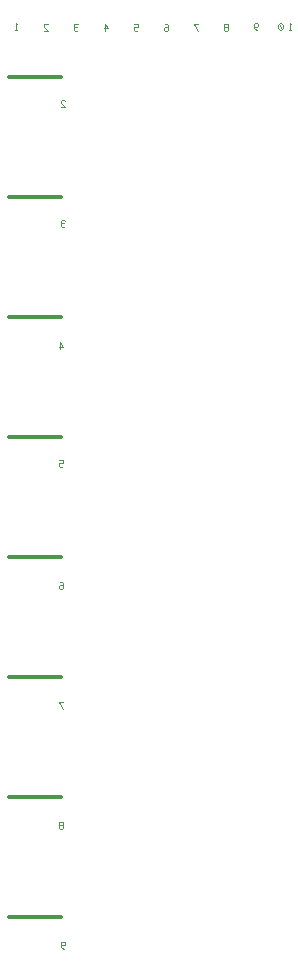
<source format=gbr>
G04 DesignSpark PCB Gerber Version 10.0 Build 5299*
%FSLAX35Y35*%
%MOIN*%
%ADD84C,0.00100*%
%ADD127C,0.01200*%
X0Y0D02*
D02*
D84*
X22699Y321137D02*
X21912D01*
X22306D02*
Y323500D01*
X22699Y323106D01*
X31515Y320947D02*
X33090D01*
X31712Y322325D01*
X31515Y322719D01*
X31712Y323113D01*
X32106Y323309D01*
X32696D01*
X33090Y323113D01*
X37498Y56105D02*
X37104D01*
X36710Y56302D01*
X36513Y56695D01*
X36710Y57089D01*
X37104Y57286D01*
X37498D01*
X37891Y57089D01*
X38088Y56695D01*
X37891Y56302D01*
X37498Y56105D01*
X37891Y55908D01*
X38088Y55514D01*
X37891Y55120D01*
X37498Y54924D01*
X37104D01*
X36710Y55120D01*
X36513Y55514D01*
X36710Y55908D01*
X37104Y56105D01*
X38088Y94911D02*
X36513Y97273D01*
X38088D01*
Y135489D02*
X37891Y135883D01*
X37498Y136080D01*
X37104D01*
X36710Y135883D01*
X36513Y135489D01*
X36710Y135095D01*
X37104Y134898D01*
X37498D01*
X37891Y135095D01*
X38088Y135489D01*
Y136080D01*
X37891Y136670D01*
X37498Y137064D01*
X37104Y137261D01*
X38088Y175707D02*
X37694Y175511D01*
X37104D01*
X36710Y175707D01*
X36513Y176101D01*
Y176298D01*
X36710Y176692D01*
X37104Y176889D01*
X38088D01*
Y177873D01*
X36513D01*
X37104Y214873D02*
Y217235D01*
X38088Y215661D01*
X36513D01*
X38122Y14936D02*
X37729Y15133D01*
X37335Y15527D01*
X37138Y16117D01*
Y16708D01*
X37335Y17102D01*
X37729Y17298D01*
X38122D01*
X38516Y17102D01*
X38713Y16708D01*
X38516Y16314D01*
X38122Y16117D01*
X37729D01*
X37335Y16314D01*
X37138Y16708D01*
X38516Y255682D02*
X38122Y255485D01*
X37729D01*
X37335Y255682D01*
X37138Y256076D01*
X37335Y256470D01*
X37729Y256667D01*
X38122D01*
X37729D02*
X37335Y256863D01*
X37138Y257257D01*
X37335Y257651D01*
X37729Y257848D01*
X38122D01*
X38516Y257651D01*
X37138Y295473D02*
X38713D01*
X37335Y296851D01*
X37138Y297244D01*
X37335Y297638D01*
X37729Y297835D01*
X38319D01*
X38713Y297638D01*
X42890Y321144D02*
X42496Y320947D01*
X42102D01*
X41709Y321144D01*
X41512Y321538D01*
X41709Y321931D01*
X42102Y322128D01*
X42496D01*
X42102D02*
X41709Y322325D01*
X41512Y322719D01*
X41709Y323113D01*
X42102Y323309D01*
X42496D01*
X42890Y323113D01*
X52099Y320947D02*
Y323309D01*
X53083Y321735D01*
X51509D01*
X63080Y321144D02*
X62687Y320947D01*
X62096D01*
X61702Y321144D01*
X61506Y321538D01*
Y321735D01*
X61702Y322128D01*
X62096Y322325D01*
X63080D01*
Y323309D01*
X61506D01*
X73093Y321538D02*
X72896Y321931D01*
X72503Y322128D01*
X72109D01*
X71715Y321931D01*
X71519Y321538D01*
X71715Y321144D01*
X72109Y320947D01*
X72503D01*
X72896Y321144D01*
X73093Y321538D01*
Y322128D01*
X72896Y322719D01*
X72503Y323113D01*
X72109Y323309D01*
X83093Y320947D02*
X81519Y323309D01*
X83093D01*
X92480Y322128D02*
X92087D01*
X91693Y322325D01*
X91496Y322719D01*
X91693Y323113D01*
X92087Y323309D01*
X92480D01*
X92874Y323113D01*
X93071Y322719D01*
X92874Y322325D01*
X92480Y322128D01*
X92874Y321931D01*
X93071Y321538D01*
X92874Y321144D01*
X92480Y320947D01*
X92087D01*
X91693Y321144D01*
X91496Y321538D01*
X91693Y321931D01*
X92087Y322128D01*
X102477Y321137D02*
X102083Y321334D01*
X101690Y321728D01*
X101493Y322319D01*
Y322909D01*
X101690Y323303D01*
X102083Y323500D01*
X102477D01*
X102871Y323303D01*
X103068Y322909D01*
X102871Y322515D01*
X102477Y322319D01*
X102083D01*
X101690Y322515D01*
X101493Y322909D01*
X113920Y321137D02*
X113133D01*
X113527D02*
Y323500D01*
X113920Y323106D01*
X110968Y321334D02*
X110574Y321137D01*
X110180D01*
X109787Y321334D01*
X109590Y321728D01*
Y322909D01*
X109787Y323303D01*
X110180Y323500D01*
X110574D01*
X110968Y323303D01*
X111165Y322909D01*
Y321728D01*
X110968Y321334D01*
X109787Y323303D01*
D02*
D127*
X37421Y25547D02*
X19921D01*
X37421Y65547D02*
X19921D01*
X37421Y105547D02*
X19921D01*
X37421Y145547D02*
X19921D01*
X37421Y185547D02*
X19921D01*
X37421Y225547D02*
X19921D01*
X37421Y265547D02*
X19921D01*
X37421Y305547D02*
X19921D01*
X0Y0D02*
M02*

</source>
